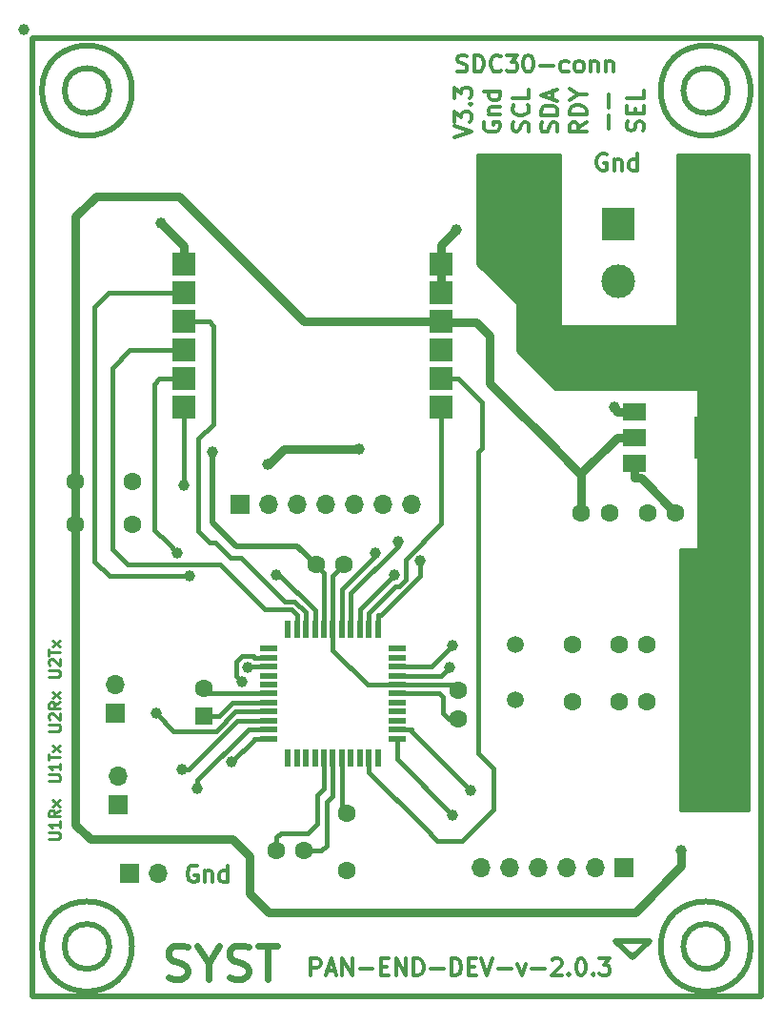
<source format=gbr>
G04 #@! TF.FileFunction,Copper,L1,Top,Signal*
%FSLAX46Y46*%
G04 Gerber Fmt 4.6, Leading zero omitted, Abs format (unit mm)*
G04 Created by KiCad (PCBNEW 4.0.5+dfsg1-4) date Fri Sep 27 11:48:37 2019*
%MOMM*%
%LPD*%
G01*
G04 APERTURE LIST*
%ADD10C,0.100000*%
%ADD11C,0.300000*%
%ADD12C,0.250000*%
%ADD13C,0.500000*%
%ADD14C,0.600000*%
%ADD15R,1.600000X1.600000*%
%ADD16C,1.600000*%
%ADD17R,1.700000X1.700000*%
%ADD18O,1.700000X1.700000*%
%ADD19R,3.000000X3.000000*%
%ADD20C,3.000000*%
%ADD21R,1.500000X0.550000*%
%ADD22R,0.550000X1.500000*%
%ADD23R,2.000000X3.800000*%
%ADD24R,2.000000X1.500000*%
%ADD25R,2.032000X2.032000*%
%ADD26C,1.500000*%
%ADD27C,1.000000*%
%ADD28C,0.400000*%
%ADD29C,0.800000*%
%ADD30C,0.254000*%
G04 APERTURE END LIST*
D10*
D11*
X15355214Y-74243500D02*
X15212357Y-74172071D01*
X14998071Y-74172071D01*
X14783786Y-74243500D01*
X14640928Y-74386357D01*
X14569500Y-74529214D01*
X14498071Y-74814929D01*
X14498071Y-75029214D01*
X14569500Y-75314929D01*
X14640928Y-75457786D01*
X14783786Y-75600643D01*
X14998071Y-75672071D01*
X15140928Y-75672071D01*
X15355214Y-75600643D01*
X15426643Y-75529214D01*
X15426643Y-75029214D01*
X15140928Y-75029214D01*
X16069500Y-74672071D02*
X16069500Y-75672071D01*
X16069500Y-74814929D02*
X16140928Y-74743500D01*
X16283786Y-74672071D01*
X16498071Y-74672071D01*
X16640928Y-74743500D01*
X16712357Y-74886357D01*
X16712357Y-75672071D01*
X18069500Y-75672071D02*
X18069500Y-74172071D01*
X18069500Y-75600643D02*
X17926643Y-75672071D01*
X17640929Y-75672071D01*
X17498071Y-75600643D01*
X17426643Y-75529214D01*
X17355214Y-75386357D01*
X17355214Y-74957786D01*
X17426643Y-74814929D01*
X17498071Y-74743500D01*
X17640929Y-74672071D01*
X17926643Y-74672071D01*
X18069500Y-74743500D01*
D12*
X2182881Y-62245667D02*
X2992405Y-62245667D01*
X3087643Y-62198048D01*
X3135262Y-62150429D01*
X3182881Y-62055191D01*
X3182881Y-61864714D01*
X3135262Y-61769476D01*
X3087643Y-61721857D01*
X2992405Y-61674238D01*
X2182881Y-61674238D01*
X2278119Y-61245667D02*
X2230500Y-61198048D01*
X2182881Y-61102810D01*
X2182881Y-60864714D01*
X2230500Y-60769476D01*
X2278119Y-60721857D01*
X2373357Y-60674238D01*
X2468595Y-60674238D01*
X2611452Y-60721857D01*
X3182881Y-61293286D01*
X3182881Y-60674238D01*
X3182881Y-59674238D02*
X2706690Y-60007572D01*
X3182881Y-60245667D02*
X2182881Y-60245667D01*
X2182881Y-59864714D01*
X2230500Y-59769476D01*
X2278119Y-59721857D01*
X2373357Y-59674238D01*
X2516214Y-59674238D01*
X2611452Y-59721857D01*
X2659071Y-59769476D01*
X2706690Y-59864714D01*
X2706690Y-60245667D01*
X3182881Y-59340905D02*
X2516214Y-58817095D01*
X2516214Y-59340905D02*
X3182881Y-58817095D01*
X2182881Y-57427619D02*
X2992405Y-57427619D01*
X3087643Y-57380000D01*
X3135262Y-57332381D01*
X3182881Y-57237143D01*
X3182881Y-57046666D01*
X3135262Y-56951428D01*
X3087643Y-56903809D01*
X2992405Y-56856190D01*
X2182881Y-56856190D01*
X2278119Y-56427619D02*
X2230500Y-56380000D01*
X2182881Y-56284762D01*
X2182881Y-56046666D01*
X2230500Y-55951428D01*
X2278119Y-55903809D01*
X2373357Y-55856190D01*
X2468595Y-55856190D01*
X2611452Y-55903809D01*
X3182881Y-56475238D01*
X3182881Y-55856190D01*
X2182881Y-55570476D02*
X2182881Y-54999047D01*
X3182881Y-55284762D02*
X2182881Y-55284762D01*
X3182881Y-54760952D02*
X2516214Y-54237142D01*
X2516214Y-54760952D02*
X3182881Y-54237142D01*
X2182881Y-71834167D02*
X2992405Y-71834167D01*
X3087643Y-71786548D01*
X3135262Y-71738929D01*
X3182881Y-71643691D01*
X3182881Y-71453214D01*
X3135262Y-71357976D01*
X3087643Y-71310357D01*
X2992405Y-71262738D01*
X2182881Y-71262738D01*
X3182881Y-70262738D02*
X3182881Y-70834167D01*
X3182881Y-70548453D02*
X2182881Y-70548453D01*
X2325738Y-70643691D01*
X2420976Y-70738929D01*
X2468595Y-70834167D01*
X3182881Y-69262738D02*
X2706690Y-69596072D01*
X3182881Y-69834167D02*
X2182881Y-69834167D01*
X2182881Y-69453214D01*
X2230500Y-69357976D01*
X2278119Y-69310357D01*
X2373357Y-69262738D01*
X2516214Y-69262738D01*
X2611452Y-69310357D01*
X2659071Y-69357976D01*
X2706690Y-69453214D01*
X2706690Y-69834167D01*
X3182881Y-68929405D02*
X2516214Y-68405595D01*
X2516214Y-68929405D02*
X3182881Y-68405595D01*
X2182881Y-66698619D02*
X2992405Y-66698619D01*
X3087643Y-66651000D01*
X3135262Y-66603381D01*
X3182881Y-66508143D01*
X3182881Y-66317666D01*
X3135262Y-66222428D01*
X3087643Y-66174809D01*
X2992405Y-66127190D01*
X2182881Y-66127190D01*
X3182881Y-65127190D02*
X3182881Y-65698619D01*
X3182881Y-65412905D02*
X2182881Y-65412905D01*
X2325738Y-65508143D01*
X2420976Y-65603381D01*
X2468595Y-65698619D01*
X2182881Y-64841476D02*
X2182881Y-64270047D01*
X3182881Y-64555762D02*
X2182881Y-64555762D01*
X3182881Y-64031952D02*
X2516214Y-63508142D01*
X2516214Y-64031952D02*
X3182881Y-63508142D01*
D13*
X54072000Y-82382000D02*
X52572000Y-80882000D01*
X55572000Y-80882000D02*
X54072000Y-82382000D01*
X52572000Y-80882000D02*
X55572000Y-80882000D01*
D14*
X12786315Y-84145286D02*
X13214886Y-84288143D01*
X13929172Y-84288143D01*
X14214886Y-84145286D01*
X14357743Y-84002429D01*
X14500600Y-83716714D01*
X14500600Y-83431000D01*
X14357743Y-83145286D01*
X14214886Y-83002429D01*
X13929172Y-82859571D01*
X13357743Y-82716714D01*
X13072029Y-82573857D01*
X12929172Y-82431000D01*
X12786315Y-82145286D01*
X12786315Y-81859571D01*
X12929172Y-81573857D01*
X13072029Y-81431000D01*
X13357743Y-81288143D01*
X14072029Y-81288143D01*
X14500600Y-81431000D01*
X16357743Y-82859571D02*
X16357743Y-84288143D01*
X15357743Y-81288143D02*
X16357743Y-82859571D01*
X17357743Y-81288143D01*
X18214887Y-84145286D02*
X18643458Y-84288143D01*
X19357744Y-84288143D01*
X19643458Y-84145286D01*
X19786315Y-84002429D01*
X19929172Y-83716714D01*
X19929172Y-83431000D01*
X19786315Y-83145286D01*
X19643458Y-83002429D01*
X19357744Y-82859571D01*
X18786315Y-82716714D01*
X18500601Y-82573857D01*
X18357744Y-82431000D01*
X18214887Y-82145286D01*
X18214887Y-81859571D01*
X18357744Y-81573857D01*
X18500601Y-81431000D01*
X18786315Y-81288143D01*
X19500601Y-81288143D01*
X19929172Y-81431000D01*
X20786315Y-81288143D02*
X22500601Y-81288143D01*
X21643458Y-84288143D02*
X21643458Y-81288143D01*
D13*
X9572000Y-81382000D02*
G75*
G03X9572000Y-81382000I-4000000J0D01*
G01*
X7572000Y-81382000D02*
G75*
G03X7572000Y-81382000I-2000000J0D01*
G01*
X9572000Y-5382000D02*
G75*
G03X9572000Y-5382000I-4000000J0D01*
G01*
X7572000Y-5382000D02*
G75*
G03X7572000Y-5382000I-2000000J0D01*
G01*
X64572000Y-5382000D02*
G75*
G03X64572000Y-5382000I-4000000J0D01*
G01*
X62572000Y-5382000D02*
G75*
G03X62572000Y-5382000I-2000000J0D01*
G01*
X62572000Y-81382000D02*
G75*
G03X62572000Y-81382000I-2000000J0D01*
G01*
X64572000Y-81382000D02*
G75*
G03X64572000Y-81382000I-4000000J0D01*
G01*
X65532000Y-762000D02*
X762000Y-762000D01*
X65532000Y-85852000D02*
X65532000Y-762000D01*
X762000Y-85852000D02*
X65532000Y-85852000D01*
X762000Y-762000D02*
X762000Y-85852000D01*
D11*
X38501715Y-3655143D02*
X38716001Y-3726571D01*
X39073144Y-3726571D01*
X39216001Y-3655143D01*
X39287430Y-3583714D01*
X39358858Y-3440857D01*
X39358858Y-3298000D01*
X39287430Y-3155143D01*
X39216001Y-3083714D01*
X39073144Y-3012286D01*
X38787430Y-2940857D01*
X38644572Y-2869429D01*
X38573144Y-2798000D01*
X38501715Y-2655143D01*
X38501715Y-2512286D01*
X38573144Y-2369429D01*
X38644572Y-2298000D01*
X38787430Y-2226571D01*
X39144572Y-2226571D01*
X39358858Y-2298000D01*
X40001715Y-3726571D02*
X40001715Y-2226571D01*
X40358858Y-2226571D01*
X40573143Y-2298000D01*
X40716001Y-2440857D01*
X40787429Y-2583714D01*
X40858858Y-2869429D01*
X40858858Y-3083714D01*
X40787429Y-3369429D01*
X40716001Y-3512286D01*
X40573143Y-3655143D01*
X40358858Y-3726571D01*
X40001715Y-3726571D01*
X42358858Y-3583714D02*
X42287429Y-3655143D01*
X42073143Y-3726571D01*
X41930286Y-3726571D01*
X41716001Y-3655143D01*
X41573143Y-3512286D01*
X41501715Y-3369429D01*
X41430286Y-3083714D01*
X41430286Y-2869429D01*
X41501715Y-2583714D01*
X41573143Y-2440857D01*
X41716001Y-2298000D01*
X41930286Y-2226571D01*
X42073143Y-2226571D01*
X42287429Y-2298000D01*
X42358858Y-2369429D01*
X42858858Y-2226571D02*
X43787429Y-2226571D01*
X43287429Y-2798000D01*
X43501715Y-2798000D01*
X43644572Y-2869429D01*
X43716001Y-2940857D01*
X43787429Y-3083714D01*
X43787429Y-3440857D01*
X43716001Y-3583714D01*
X43644572Y-3655143D01*
X43501715Y-3726571D01*
X43073143Y-3726571D01*
X42930286Y-3655143D01*
X42858858Y-3583714D01*
X44716000Y-2226571D02*
X44858857Y-2226571D01*
X45001714Y-2298000D01*
X45073143Y-2369429D01*
X45144572Y-2512286D01*
X45216000Y-2798000D01*
X45216000Y-3155143D01*
X45144572Y-3440857D01*
X45073143Y-3583714D01*
X45001714Y-3655143D01*
X44858857Y-3726571D01*
X44716000Y-3726571D01*
X44573143Y-3655143D01*
X44501714Y-3583714D01*
X44430286Y-3440857D01*
X44358857Y-3155143D01*
X44358857Y-2798000D01*
X44430286Y-2512286D01*
X44501714Y-2369429D01*
X44573143Y-2298000D01*
X44716000Y-2226571D01*
X45858857Y-3155143D02*
X47001714Y-3155143D01*
X48358857Y-3655143D02*
X48216000Y-3726571D01*
X47930286Y-3726571D01*
X47787428Y-3655143D01*
X47716000Y-3583714D01*
X47644571Y-3440857D01*
X47644571Y-3012286D01*
X47716000Y-2869429D01*
X47787428Y-2798000D01*
X47930286Y-2726571D01*
X48216000Y-2726571D01*
X48358857Y-2798000D01*
X49216000Y-3726571D02*
X49073142Y-3655143D01*
X49001714Y-3583714D01*
X48930285Y-3440857D01*
X48930285Y-3012286D01*
X49001714Y-2869429D01*
X49073142Y-2798000D01*
X49216000Y-2726571D01*
X49430285Y-2726571D01*
X49573142Y-2798000D01*
X49644571Y-2869429D01*
X49716000Y-3012286D01*
X49716000Y-3440857D01*
X49644571Y-3583714D01*
X49573142Y-3655143D01*
X49430285Y-3726571D01*
X49216000Y-3726571D01*
X50358857Y-2726571D02*
X50358857Y-3726571D01*
X50358857Y-2869429D02*
X50430285Y-2798000D01*
X50573143Y-2726571D01*
X50787428Y-2726571D01*
X50930285Y-2798000D01*
X51001714Y-2940857D01*
X51001714Y-3726571D01*
X51716000Y-2726571D02*
X51716000Y-3726571D01*
X51716000Y-2869429D02*
X51787428Y-2798000D01*
X51930286Y-2726571D01*
X52144571Y-2726571D01*
X52287428Y-2798000D01*
X52358857Y-2940857D01*
X52358857Y-3726571D01*
X38264571Y-9524714D02*
X39764571Y-9024714D01*
X38264571Y-8524714D01*
X38264571Y-8167571D02*
X38264571Y-7239000D01*
X38836000Y-7739000D01*
X38836000Y-7524714D01*
X38907429Y-7381857D01*
X38978857Y-7310428D01*
X39121714Y-7239000D01*
X39478857Y-7239000D01*
X39621714Y-7310428D01*
X39693143Y-7381857D01*
X39764571Y-7524714D01*
X39764571Y-7953286D01*
X39693143Y-8096143D01*
X39621714Y-8167571D01*
X39621714Y-6596143D02*
X39693143Y-6524715D01*
X39764571Y-6596143D01*
X39693143Y-6667572D01*
X39621714Y-6596143D01*
X39764571Y-6596143D01*
X38264571Y-6024714D02*
X38264571Y-5096143D01*
X38836000Y-5596143D01*
X38836000Y-5381857D01*
X38907429Y-5239000D01*
X38978857Y-5167571D01*
X39121714Y-5096143D01*
X39478857Y-5096143D01*
X39621714Y-5167571D01*
X39693143Y-5239000D01*
X39764571Y-5381857D01*
X39764571Y-5810429D01*
X39693143Y-5953286D01*
X39621714Y-6024714D01*
X40886000Y-8203286D02*
X40814571Y-8346143D01*
X40814571Y-8560429D01*
X40886000Y-8774714D01*
X41028857Y-8917572D01*
X41171714Y-8989000D01*
X41457429Y-9060429D01*
X41671714Y-9060429D01*
X41957429Y-8989000D01*
X42100286Y-8917572D01*
X42243143Y-8774714D01*
X42314571Y-8560429D01*
X42314571Y-8417572D01*
X42243143Y-8203286D01*
X42171714Y-8131857D01*
X41671714Y-8131857D01*
X41671714Y-8417572D01*
X41314571Y-7489000D02*
X42314571Y-7489000D01*
X41457429Y-7489000D02*
X41386000Y-7417572D01*
X41314571Y-7274714D01*
X41314571Y-7060429D01*
X41386000Y-6917572D01*
X41528857Y-6846143D01*
X42314571Y-6846143D01*
X42314571Y-5489000D02*
X40814571Y-5489000D01*
X42243143Y-5489000D02*
X42314571Y-5631857D01*
X42314571Y-5917571D01*
X42243143Y-6060429D01*
X42171714Y-6131857D01*
X42028857Y-6203286D01*
X41600286Y-6203286D01*
X41457429Y-6131857D01*
X41386000Y-6060429D01*
X41314571Y-5917571D01*
X41314571Y-5631857D01*
X41386000Y-5489000D01*
X44793143Y-9024714D02*
X44864571Y-8810428D01*
X44864571Y-8453285D01*
X44793143Y-8310428D01*
X44721714Y-8238999D01*
X44578857Y-8167571D01*
X44436000Y-8167571D01*
X44293143Y-8238999D01*
X44221714Y-8310428D01*
X44150286Y-8453285D01*
X44078857Y-8738999D01*
X44007429Y-8881857D01*
X43936000Y-8953285D01*
X43793143Y-9024714D01*
X43650286Y-9024714D01*
X43507429Y-8953285D01*
X43436000Y-8881857D01*
X43364571Y-8738999D01*
X43364571Y-8381857D01*
X43436000Y-8167571D01*
X44721714Y-6667571D02*
X44793143Y-6739000D01*
X44864571Y-6953286D01*
X44864571Y-7096143D01*
X44793143Y-7310428D01*
X44650286Y-7453286D01*
X44507429Y-7524714D01*
X44221714Y-7596143D01*
X44007429Y-7596143D01*
X43721714Y-7524714D01*
X43578857Y-7453286D01*
X43436000Y-7310428D01*
X43364571Y-7096143D01*
X43364571Y-6953286D01*
X43436000Y-6739000D01*
X43507429Y-6667571D01*
X44864571Y-5310428D02*
X44864571Y-6024714D01*
X43364571Y-6024714D01*
X47343143Y-9060428D02*
X47414571Y-8846142D01*
X47414571Y-8488999D01*
X47343143Y-8346142D01*
X47271714Y-8274713D01*
X47128857Y-8203285D01*
X46986000Y-8203285D01*
X46843143Y-8274713D01*
X46771714Y-8346142D01*
X46700286Y-8488999D01*
X46628857Y-8774713D01*
X46557429Y-8917571D01*
X46486000Y-8988999D01*
X46343143Y-9060428D01*
X46200286Y-9060428D01*
X46057429Y-8988999D01*
X45986000Y-8917571D01*
X45914571Y-8774713D01*
X45914571Y-8417571D01*
X45986000Y-8203285D01*
X47414571Y-7560428D02*
X45914571Y-7560428D01*
X45914571Y-7203285D01*
X45986000Y-6989000D01*
X46128857Y-6846142D01*
X46271714Y-6774714D01*
X46557429Y-6703285D01*
X46771714Y-6703285D01*
X47057429Y-6774714D01*
X47200286Y-6846142D01*
X47343143Y-6989000D01*
X47414571Y-7203285D01*
X47414571Y-7560428D01*
X46986000Y-6131857D02*
X46986000Y-5417571D01*
X47414571Y-6274714D02*
X45914571Y-5774714D01*
X47414571Y-5274714D01*
X49964571Y-8167571D02*
X49250286Y-8667571D01*
X49964571Y-9024714D02*
X48464571Y-9024714D01*
X48464571Y-8453286D01*
X48536000Y-8310428D01*
X48607429Y-8239000D01*
X48750286Y-8167571D01*
X48964571Y-8167571D01*
X49107429Y-8239000D01*
X49178857Y-8310428D01*
X49250286Y-8453286D01*
X49250286Y-9024714D01*
X49964571Y-7524714D02*
X48464571Y-7524714D01*
X48464571Y-7167571D01*
X48536000Y-6953286D01*
X48678857Y-6810428D01*
X48821714Y-6739000D01*
X49107429Y-6667571D01*
X49321714Y-6667571D01*
X49607429Y-6739000D01*
X49750286Y-6810428D01*
X49893143Y-6953286D01*
X49964571Y-7167571D01*
X49964571Y-7524714D01*
X49250286Y-5739000D02*
X49964571Y-5739000D01*
X48464571Y-6239000D02*
X49250286Y-5739000D01*
X48464571Y-5239000D01*
X51943143Y-8739000D02*
X51943143Y-7596143D01*
X51943143Y-6881857D02*
X51943143Y-5739000D01*
X54993143Y-8953286D02*
X55064571Y-8739000D01*
X55064571Y-8381857D01*
X54993143Y-8239000D01*
X54921714Y-8167571D01*
X54778857Y-8096143D01*
X54636000Y-8096143D01*
X54493143Y-8167571D01*
X54421714Y-8239000D01*
X54350286Y-8381857D01*
X54278857Y-8667571D01*
X54207429Y-8810429D01*
X54136000Y-8881857D01*
X53993143Y-8953286D01*
X53850286Y-8953286D01*
X53707429Y-8881857D01*
X53636000Y-8810429D01*
X53564571Y-8667571D01*
X53564571Y-8310429D01*
X53636000Y-8096143D01*
X54278857Y-7453286D02*
X54278857Y-6953286D01*
X55064571Y-6739000D02*
X55064571Y-7453286D01*
X53564571Y-7453286D01*
X53564571Y-6739000D01*
X55064571Y-5381857D02*
X55064571Y-6096143D01*
X53564571Y-6096143D01*
X25485000Y-83965171D02*
X25485000Y-82465171D01*
X26056428Y-82465171D01*
X26199286Y-82536600D01*
X26270714Y-82608029D01*
X26342143Y-82750886D01*
X26342143Y-82965171D01*
X26270714Y-83108029D01*
X26199286Y-83179457D01*
X26056428Y-83250886D01*
X25485000Y-83250886D01*
X26913571Y-83536600D02*
X27627857Y-83536600D01*
X26770714Y-83965171D02*
X27270714Y-82465171D01*
X27770714Y-83965171D01*
X28270714Y-83965171D02*
X28270714Y-82465171D01*
X29127857Y-83965171D01*
X29127857Y-82465171D01*
X29842143Y-83393743D02*
X30985000Y-83393743D01*
X31699286Y-83179457D02*
X32199286Y-83179457D01*
X32413572Y-83965171D02*
X31699286Y-83965171D01*
X31699286Y-82465171D01*
X32413572Y-82465171D01*
X33056429Y-83965171D02*
X33056429Y-82465171D01*
X33913572Y-83965171D01*
X33913572Y-82465171D01*
X34627858Y-83965171D02*
X34627858Y-82465171D01*
X34985001Y-82465171D01*
X35199286Y-82536600D01*
X35342144Y-82679457D01*
X35413572Y-82822314D01*
X35485001Y-83108029D01*
X35485001Y-83322314D01*
X35413572Y-83608029D01*
X35342144Y-83750886D01*
X35199286Y-83893743D01*
X34985001Y-83965171D01*
X34627858Y-83965171D01*
X36127858Y-83393743D02*
X37270715Y-83393743D01*
X37985001Y-83965171D02*
X37985001Y-82465171D01*
X38342144Y-82465171D01*
X38556429Y-82536600D01*
X38699287Y-82679457D01*
X38770715Y-82822314D01*
X38842144Y-83108029D01*
X38842144Y-83322314D01*
X38770715Y-83608029D01*
X38699287Y-83750886D01*
X38556429Y-83893743D01*
X38342144Y-83965171D01*
X37985001Y-83965171D01*
X39485001Y-83179457D02*
X39985001Y-83179457D01*
X40199287Y-83965171D02*
X39485001Y-83965171D01*
X39485001Y-82465171D01*
X40199287Y-82465171D01*
X40627858Y-82465171D02*
X41127858Y-83965171D01*
X41627858Y-82465171D01*
X42127858Y-83393743D02*
X43270715Y-83393743D01*
X43842144Y-82965171D02*
X44199287Y-83965171D01*
X44556429Y-82965171D01*
X45127858Y-83393743D02*
X46270715Y-83393743D01*
X46913572Y-82608029D02*
X46985001Y-82536600D01*
X47127858Y-82465171D01*
X47485001Y-82465171D01*
X47627858Y-82536600D01*
X47699287Y-82608029D01*
X47770715Y-82750886D01*
X47770715Y-82893743D01*
X47699287Y-83108029D01*
X46842144Y-83965171D01*
X47770715Y-83965171D01*
X48413572Y-83822314D02*
X48485000Y-83893743D01*
X48413572Y-83965171D01*
X48342143Y-83893743D01*
X48413572Y-83822314D01*
X48413572Y-83965171D01*
X49413572Y-82465171D02*
X49556429Y-82465171D01*
X49699286Y-82536600D01*
X49770715Y-82608029D01*
X49842144Y-82750886D01*
X49913572Y-83036600D01*
X49913572Y-83393743D01*
X49842144Y-83679457D01*
X49770715Y-83822314D01*
X49699286Y-83893743D01*
X49556429Y-83965171D01*
X49413572Y-83965171D01*
X49270715Y-83893743D01*
X49199286Y-83822314D01*
X49127858Y-83679457D01*
X49056429Y-83393743D01*
X49056429Y-83036600D01*
X49127858Y-82750886D01*
X49199286Y-82608029D01*
X49270715Y-82536600D01*
X49413572Y-82465171D01*
X50556429Y-83822314D02*
X50627857Y-83893743D01*
X50556429Y-83965171D01*
X50485000Y-83893743D01*
X50556429Y-83822314D01*
X50556429Y-83965171D01*
X51127858Y-82465171D02*
X52056429Y-82465171D01*
X51556429Y-83036600D01*
X51770715Y-83036600D01*
X51913572Y-83108029D01*
X51985001Y-83179457D01*
X52056429Y-83322314D01*
X52056429Y-83679457D01*
X51985001Y-83822314D01*
X51913572Y-83893743D01*
X51770715Y-83965171D01*
X51342143Y-83965171D01*
X51199286Y-83893743D01*
X51127858Y-83822314D01*
X51740714Y-11061000D02*
X51597857Y-10989571D01*
X51383571Y-10989571D01*
X51169286Y-11061000D01*
X51026428Y-11203857D01*
X50955000Y-11346714D01*
X50883571Y-11632429D01*
X50883571Y-11846714D01*
X50955000Y-12132429D01*
X51026428Y-12275286D01*
X51169286Y-12418143D01*
X51383571Y-12489571D01*
X51526428Y-12489571D01*
X51740714Y-12418143D01*
X51812143Y-12346714D01*
X51812143Y-11846714D01*
X51526428Y-11846714D01*
X52455000Y-11489571D02*
X52455000Y-12489571D01*
X52455000Y-11632429D02*
X52526428Y-11561000D01*
X52669286Y-11489571D01*
X52883571Y-11489571D01*
X53026428Y-11561000D01*
X53097857Y-11703857D01*
X53097857Y-12489571D01*
X54455000Y-12489571D02*
X54455000Y-10989571D01*
X54455000Y-12418143D02*
X54312143Y-12489571D01*
X54026429Y-12489571D01*
X53883571Y-12418143D01*
X53812143Y-12346714D01*
X53740714Y-12203857D01*
X53740714Y-11775286D01*
X53812143Y-11632429D01*
X53883571Y-11561000D01*
X54026429Y-11489571D01*
X54312143Y-11489571D01*
X54455000Y-11561000D01*
D15*
X16002000Y-60960000D03*
D16*
X16002000Y-58460000D03*
X24892000Y-72898000D03*
X22392000Y-72898000D03*
X28448000Y-47498000D03*
X25948000Y-47498000D03*
X38608000Y-58674000D03*
X38608000Y-61174000D03*
X55372000Y-54610000D03*
X52872000Y-54610000D03*
X55372000Y-59690000D03*
X52872000Y-59690000D03*
D17*
X8128000Y-60706000D03*
D18*
X8128000Y-58166000D03*
D17*
X9398000Y-74930000D03*
D18*
X11938000Y-74930000D03*
D17*
X8382000Y-68834000D03*
D18*
X8382000Y-66294000D03*
D17*
X53276000Y-74422000D03*
D18*
X50736000Y-74422000D03*
X48196000Y-74422000D03*
X45656000Y-74422000D03*
X43116000Y-74422000D03*
X40576000Y-74422000D03*
D19*
X52832000Y-17272000D03*
D20*
X52832000Y-22352000D03*
D17*
X19177000Y-42164000D03*
D18*
X21717000Y-42164000D03*
X24257000Y-42164000D03*
X26797000Y-42164000D03*
X29337000Y-42164000D03*
X31877000Y-42164000D03*
X34417000Y-42164000D03*
D16*
X28702000Y-74676000D03*
X28702000Y-69596000D03*
X48768000Y-54610000D03*
X48768000Y-59690000D03*
X4572000Y-43942000D03*
X9652000Y-43942000D03*
X4572000Y-40132000D03*
X9652000Y-40132000D03*
D21*
X21732000Y-54928000D03*
X21732000Y-55728000D03*
X21732000Y-56528000D03*
X21732000Y-57328000D03*
X21732000Y-58128000D03*
X21732000Y-58928000D03*
X21732000Y-59728000D03*
X21732000Y-60528000D03*
X21732000Y-61328000D03*
X21732000Y-62128000D03*
X21732000Y-62928000D03*
D22*
X23432000Y-64628000D03*
X24232000Y-64628000D03*
X25032000Y-64628000D03*
X25832000Y-64628000D03*
X26632000Y-64628000D03*
X27432000Y-64628000D03*
X28232000Y-64628000D03*
X29032000Y-64628000D03*
X29832000Y-64628000D03*
X30632000Y-64628000D03*
X31432000Y-64628000D03*
D21*
X33132000Y-62928000D03*
X33132000Y-62128000D03*
X33132000Y-61328000D03*
X33132000Y-60528000D03*
X33132000Y-59728000D03*
X33132000Y-58928000D03*
X33132000Y-58128000D03*
X33132000Y-57328000D03*
X33132000Y-56528000D03*
X33132000Y-55728000D03*
X33132000Y-54928000D03*
D22*
X31432000Y-53228000D03*
X30632000Y-53228000D03*
X29832000Y-53228000D03*
X29032000Y-53228000D03*
X28232000Y-53228000D03*
X27432000Y-53228000D03*
X26632000Y-53228000D03*
X25832000Y-53228000D03*
X25032000Y-53228000D03*
X24232000Y-53228000D03*
X23432000Y-53228000D03*
D23*
X60554000Y-36195000D03*
D24*
X54254000Y-36195000D03*
X54254000Y-38495000D03*
X54254000Y-33895000D03*
D25*
X14224000Y-20828000D03*
X14224000Y-23368000D03*
X14224000Y-25908000D03*
X14224000Y-28448000D03*
X14224000Y-30988000D03*
X14224000Y-33528000D03*
X37084000Y-33528000D03*
X37084000Y-30988000D03*
X37084000Y-28448000D03*
X37084000Y-25908000D03*
X37084000Y-23368000D03*
X37084000Y-20828000D03*
D26*
X43688000Y-54610000D03*
X43688000Y-59510000D03*
D16*
X57912000Y-42926000D03*
X55412000Y-42926000D03*
X49530000Y-42926000D03*
X52030000Y-42926000D03*
D27*
X0Y0D03*
X58420000Y-72834500D03*
X16748800Y-37490700D03*
X29768800Y-37211000D03*
X21640800Y-38557200D03*
X38437100Y-17776400D03*
X12166900Y-17121100D03*
X52422500Y-33467500D03*
X38080800Y-54628100D03*
X37829400Y-56569600D03*
X18451300Y-65025400D03*
X11687500Y-60689100D03*
X15408300Y-67346900D03*
X14001200Y-65661200D03*
X39662700Y-67548500D03*
X38088200Y-69722900D03*
X31193100Y-46444200D03*
X33226600Y-45385400D03*
X19364300Y-57905700D03*
X19846200Y-56583400D03*
X13604100Y-46426100D03*
X35205900Y-47133900D03*
X32903800Y-48407100D03*
X14182600Y-40416800D03*
X22373200Y-48348600D03*
X14682700Y-48488500D03*
D28*
X18534300Y-59728000D02*
X17302300Y-60960000D01*
X21732000Y-59728000D02*
X18534300Y-59728000D01*
X16002000Y-60960000D02*
X17302300Y-60960000D01*
D29*
X4572000Y-43942000D02*
X4572000Y-70548500D01*
X58420000Y-74231500D02*
X58420000Y-72834500D01*
X54292500Y-78359000D02*
X58420000Y-74231500D01*
X21717000Y-78359000D02*
X54292500Y-78359000D01*
X20002500Y-76644500D02*
X21717000Y-78359000D01*
X20002500Y-73342500D02*
X20002500Y-76644500D01*
X18542000Y-71882000D02*
X20002500Y-73342500D01*
X5905500Y-71882000D02*
X18542000Y-71882000D01*
X4572000Y-70548500D02*
X5905500Y-71882000D01*
X49530000Y-39497000D02*
X46101000Y-36068000D01*
X40195500Y-25971500D02*
X37147500Y-25971500D01*
X41402000Y-27178000D02*
X40195500Y-25971500D01*
X41402000Y-31369000D02*
X41402000Y-27178000D01*
X43497500Y-33464500D02*
X41402000Y-31369000D01*
X46101000Y-36068000D02*
X43497500Y-33464500D01*
X37147500Y-25971500D02*
X37084000Y-25908000D01*
D13*
X20675600Y-45812500D02*
X24262500Y-45812500D01*
X24262500Y-45812500D02*
X25948000Y-47498000D01*
X16748800Y-37490700D02*
X16748900Y-37490700D01*
X16748900Y-37490700D02*
X16748900Y-43696700D01*
X16748900Y-43696700D02*
X18864700Y-45812500D01*
X18864700Y-45812500D02*
X20675600Y-45812500D01*
X20675600Y-45812500D02*
X20678600Y-45812500D01*
D29*
X24892000Y-25908000D02*
X37084000Y-25908000D01*
X13766800Y-14782800D02*
X24892000Y-25908000D01*
X6375400Y-14782800D02*
X13766800Y-14782800D01*
X4572000Y-16586200D02*
X6375400Y-14782800D01*
X4572000Y-40132000D02*
X4572000Y-16586200D01*
D28*
X26416000Y-72898000D02*
X24892000Y-72898000D01*
X26860000Y-72454000D02*
X26416000Y-72898000D01*
X26860000Y-68580000D02*
X26860000Y-72454000D01*
X27432000Y-68008000D02*
X26860000Y-68580000D01*
X27432000Y-64628000D02*
X27432000Y-68008000D01*
X37742000Y-61174000D02*
X38608000Y-61174000D01*
X37211000Y-60642000D02*
X37742000Y-61174000D01*
X37211000Y-59246000D02*
X37211000Y-60642000D01*
X36894000Y-58928000D02*
X37211000Y-59246000D01*
X33132000Y-58928000D02*
X36894000Y-58928000D01*
X26632000Y-48182000D02*
X25948000Y-47498000D01*
X26632000Y-53228000D02*
X26632000Y-48182000D01*
D29*
X54254000Y-36195000D02*
X52703700Y-36195000D01*
X4572000Y-43942000D02*
X4572000Y-40132000D01*
X49530000Y-39368700D02*
X49530000Y-39497000D01*
X49530000Y-39497000D02*
X49530000Y-42926000D01*
X52703700Y-36195000D02*
X49530000Y-39368700D01*
X29768800Y-37211000D02*
X26263600Y-37211000D01*
X26263600Y-37211000D02*
X23063200Y-37211000D01*
X23063200Y-37211000D02*
X21717000Y-38557200D01*
X21717000Y-38557200D02*
X21640800Y-38557200D01*
X37084000Y-20828000D02*
X37084000Y-19129500D01*
X37084000Y-19129500D02*
X38437100Y-17776400D01*
X14224000Y-20828000D02*
X14224000Y-19178200D01*
X14224000Y-19178200D02*
X12166900Y-17121100D01*
X54254000Y-33895000D02*
X52703700Y-33895000D01*
X52422500Y-33613800D02*
X52422500Y-33467500D01*
X52703700Y-33895000D02*
X52422500Y-33613800D01*
D28*
X30506000Y-58128000D02*
X33132000Y-58128000D01*
X27432000Y-55054500D02*
X30506000Y-58128000D01*
X27432000Y-53228000D02*
X27432000Y-55054500D01*
X16470000Y-58928000D02*
X16002000Y-58460000D01*
X21732000Y-58928000D02*
X16470000Y-58928000D01*
X22392000Y-71715000D02*
X22392000Y-72898000D01*
X22796000Y-71310000D02*
X22392000Y-71715000D01*
X25210000Y-71310000D02*
X22796000Y-71310000D01*
X26035000Y-70485000D02*
X25210000Y-71310000D01*
X26035000Y-67945000D02*
X26035000Y-70485000D01*
X26632000Y-67348000D02*
X26035000Y-67945000D01*
X26632000Y-64628000D02*
X26632000Y-67348000D01*
X38062000Y-58128000D02*
X38608000Y-58674000D01*
X33132000Y-58128000D02*
X38062000Y-58128000D01*
X27432000Y-48514000D02*
X28448000Y-47498000D01*
X27432000Y-53228000D02*
X27432000Y-48514000D01*
D29*
X37084000Y-23368000D02*
X37084000Y-20828000D01*
D28*
X36180900Y-56528000D02*
X33132000Y-56528000D01*
X38080800Y-54628100D02*
X36180900Y-56528000D01*
X37071000Y-57328000D02*
X37829400Y-56569600D01*
X33132000Y-57328000D02*
X37071000Y-57328000D01*
D29*
X54781300Y-39795300D02*
X57912000Y-42926000D01*
X54254000Y-38495000D02*
X54254000Y-39795300D01*
X54254000Y-39795300D02*
X54781300Y-39795300D01*
D28*
X20481700Y-62995000D02*
X18451300Y-65025400D01*
X20481700Y-62928000D02*
X20481700Y-62995000D01*
X21732000Y-62928000D02*
X20481700Y-62928000D01*
X13262700Y-62264300D02*
X11687500Y-60689100D01*
X17026800Y-62264300D02*
X13262700Y-62264300D01*
X18763100Y-60528000D02*
X17026800Y-62264300D01*
X21732000Y-60528000D02*
X18763100Y-60528000D01*
X15408300Y-66627200D02*
X15408300Y-67346900D01*
X19907500Y-62128000D02*
X15408300Y-66627200D01*
X21732000Y-62128000D02*
X19907500Y-62128000D01*
X18962200Y-61328000D02*
X21732000Y-61328000D01*
X14629000Y-65661200D02*
X18962200Y-61328000D01*
X14001200Y-65661200D02*
X14629000Y-65661200D01*
X28232000Y-69126000D02*
X28702000Y-69596000D01*
X28232000Y-64628000D02*
X28232000Y-69126000D01*
X33132000Y-62128000D02*
X34382300Y-62128000D01*
X34382300Y-62268100D02*
X39662700Y-67548500D01*
X34382300Y-62128000D02*
X34382300Y-62268100D01*
X33132000Y-64766700D02*
X38088200Y-69722900D01*
X33132000Y-62928000D02*
X33132000Y-64766700D01*
X31193100Y-46704100D02*
X31193100Y-46444200D01*
X28232000Y-49665200D02*
X31193100Y-46704100D01*
X28232000Y-53228000D02*
X28232000Y-49665200D01*
X29032000Y-50032300D02*
X29032000Y-53228000D01*
X29032000Y-50032300D02*
X33226600Y-45837700D01*
X33226600Y-45837700D02*
X33226600Y-45385400D01*
X21732000Y-55728000D02*
X20481600Y-55728000D01*
X20481600Y-55728000D02*
X20332300Y-55578700D01*
X20332300Y-55578700D02*
X19347300Y-55578700D01*
X19347300Y-55578700D02*
X18833900Y-56092100D01*
X18833900Y-56092100D02*
X18833900Y-57375300D01*
X18833900Y-57375300D02*
X19364300Y-57905700D01*
X19901600Y-56528000D02*
X19846200Y-56583400D01*
X21732000Y-56528000D02*
X19901600Y-56528000D01*
X35476900Y-70723200D02*
X35476900Y-70732100D01*
X30632000Y-65878300D02*
X35476900Y-70723200D01*
X40684400Y-33072100D02*
X38600300Y-30988000D01*
X30632000Y-64628000D02*
X30632000Y-65878300D01*
X38600300Y-30988000D02*
X37084000Y-30988000D01*
X40684400Y-37115800D02*
X40684400Y-33072100D01*
X40309800Y-37490400D02*
X40684400Y-37115800D01*
X40309800Y-64185800D02*
X40309800Y-37490400D01*
X41706800Y-65582800D02*
X40309800Y-64185800D01*
X41706800Y-69189600D02*
X41706800Y-65582800D01*
X38912800Y-71983600D02*
X41706800Y-69189600D01*
X36728400Y-71983600D02*
X38912800Y-71983600D01*
X35476900Y-70732100D02*
X36728400Y-71983600D01*
X12707700Y-45529700D02*
X13604100Y-46426100D01*
X12707700Y-45529700D02*
X12707700Y-45524500D01*
X12707700Y-45524500D02*
X11557000Y-44373800D01*
X11557000Y-44373800D02*
X11557000Y-31419800D01*
X11557000Y-31419800D02*
X11988800Y-30988000D01*
X11988800Y-30988000D02*
X12707700Y-30988000D01*
X14224000Y-30988000D02*
X12707700Y-30988000D01*
X31432000Y-51977700D02*
X31738200Y-51977700D01*
X31738200Y-51977700D02*
X35205900Y-48510000D01*
X35205900Y-48510000D02*
X35205900Y-47133900D01*
X31432000Y-53228000D02*
X31432000Y-51977700D01*
X37084000Y-33528000D02*
X37084000Y-35044300D01*
X30632000Y-53228000D02*
X30632000Y-51977700D01*
X37084000Y-43841000D02*
X37084000Y-35044300D01*
X33904100Y-47020900D02*
X37084000Y-43841000D01*
X33904100Y-48821500D02*
X33904100Y-47020900D01*
X33318200Y-49407400D02*
X33904100Y-48821500D01*
X33004200Y-49407400D02*
X33318200Y-49407400D01*
X30632000Y-51779600D02*
X33004200Y-49407400D01*
X30632000Y-51977700D02*
X30632000Y-51779600D01*
X29832000Y-53228000D02*
X29832000Y-51478900D01*
X29832000Y-51478900D02*
X32903800Y-48407100D01*
X14224000Y-40375400D02*
X14224000Y-33528000D01*
X14224000Y-40375400D02*
X14182600Y-40416800D01*
X14682700Y-48488500D02*
X7569100Y-48488500D01*
X25832000Y-53228000D02*
X25832000Y-51529400D01*
X25832000Y-51529400D02*
X22651200Y-48348600D01*
X22651200Y-48348600D02*
X22373200Y-48348600D01*
X12707700Y-23368000D02*
X14224000Y-23368000D01*
X7518400Y-23368000D02*
X12707700Y-23368000D01*
X6248400Y-24638000D02*
X7518400Y-23368000D01*
X6248400Y-47167800D02*
X6248400Y-24638000D01*
X7569100Y-48488500D02*
X6248400Y-47167800D01*
X25032000Y-51734100D02*
X25032000Y-51719352D01*
X15483300Y-42824400D02*
X15483300Y-44490100D01*
X25032000Y-51734100D02*
X25032000Y-53228000D01*
X16484600Y-45491400D02*
X15483300Y-44490100D01*
X16941800Y-45491400D02*
X16484600Y-45491400D01*
X18313400Y-46863000D02*
X16941800Y-45491400D01*
X19304000Y-46863000D02*
X18313400Y-46863000D01*
X23164800Y-50723800D02*
X19304000Y-46863000D01*
X24036448Y-50723800D02*
X23164800Y-50723800D01*
X25032000Y-51719352D02*
X24036448Y-50723800D01*
X15483300Y-42824400D02*
X15483300Y-36307300D01*
X15740300Y-25908000D02*
X14224000Y-25908000D01*
X16433800Y-25908000D02*
X15740300Y-25908000D01*
X16814800Y-26289000D02*
X16433800Y-25908000D01*
X16814800Y-34975800D02*
X16814800Y-26289000D01*
X15483300Y-36307300D02*
X16814800Y-34975800D01*
X15483300Y-42824400D02*
X15483300Y-42804800D01*
X17364000Y-47426400D02*
X17378200Y-47426400D01*
X13208000Y-47426400D02*
X17364000Y-47426400D01*
X24266198Y-51943502D02*
X24232000Y-51943502D01*
X23757696Y-51435000D02*
X24266198Y-51943502D01*
X21386800Y-51435000D02*
X23757696Y-51435000D01*
X17378200Y-47426400D02*
X21386800Y-51435000D01*
X13208000Y-47426400D02*
X9174000Y-47426400D01*
X12707700Y-28448000D02*
X14224000Y-28448000D01*
X9372600Y-28448000D02*
X12707700Y-28448000D01*
X7823200Y-29997400D02*
X9372600Y-28448000D01*
X7823200Y-46075600D02*
X7823200Y-29997400D01*
X9174000Y-47426400D02*
X7823200Y-46075600D01*
X24232000Y-53228000D02*
X24232000Y-51943502D01*
X24232000Y-51943502D02*
X24232000Y-51977700D01*
X13189800Y-47426400D02*
X13208000Y-47426400D01*
D30*
G36*
X47625000Y-26162000D02*
X47635006Y-26211410D01*
X47663447Y-26253035D01*
X47705841Y-26280315D01*
X47752000Y-26289000D01*
X57912000Y-26289000D01*
X57961410Y-26278994D01*
X58003035Y-26250553D01*
X58030315Y-26208159D01*
X58039000Y-26162000D01*
X58039000Y-11049000D01*
X64389000Y-11049000D01*
X64389000Y-69342000D01*
X58293000Y-69342000D01*
X58293000Y-46101000D01*
X59817000Y-46101000D01*
X59866410Y-46090994D01*
X59908035Y-46062553D01*
X59935315Y-46020159D01*
X59944000Y-45974000D01*
X59944000Y-32004000D01*
X59933994Y-31954590D01*
X59905553Y-31912965D01*
X59863159Y-31885685D01*
X59817000Y-31877000D01*
X47169606Y-31877000D01*
X43815000Y-28522394D01*
X43815000Y-24384000D01*
X43804994Y-24334590D01*
X43777803Y-24294197D01*
X40259000Y-20775394D01*
X40259000Y-11049000D01*
X47625000Y-11049000D01*
X47625000Y-26162000D01*
X47625000Y-26162000D01*
G37*
X47625000Y-26162000D02*
X47635006Y-26211410D01*
X47663447Y-26253035D01*
X47705841Y-26280315D01*
X47752000Y-26289000D01*
X57912000Y-26289000D01*
X57961410Y-26278994D01*
X58003035Y-26250553D01*
X58030315Y-26208159D01*
X58039000Y-26162000D01*
X58039000Y-11049000D01*
X64389000Y-11049000D01*
X64389000Y-69342000D01*
X58293000Y-69342000D01*
X58293000Y-46101000D01*
X59817000Y-46101000D01*
X59866410Y-46090994D01*
X59908035Y-46062553D01*
X59935315Y-46020159D01*
X59944000Y-45974000D01*
X59944000Y-32004000D01*
X59933994Y-31954590D01*
X59905553Y-31912965D01*
X59863159Y-31885685D01*
X59817000Y-31877000D01*
X47169606Y-31877000D01*
X43815000Y-28522394D01*
X43815000Y-24384000D01*
X43804994Y-24334590D01*
X43777803Y-24294197D01*
X40259000Y-20775394D01*
X40259000Y-11049000D01*
X47625000Y-11049000D01*
X47625000Y-26162000D01*
M02*

</source>
